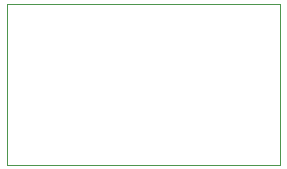
<source format=gm1>
%TF.GenerationSoftware,KiCad,Pcbnew,(5.1.10)-1*%
%TF.CreationDate,2021-11-23T23:34:30+08:00*%
%TF.ProjectId,ST-Link_v2-1,53542d4c-696e-46b5-9f76-322d312e6b69,rev?*%
%TF.SameCoordinates,Original*%
%TF.FileFunction,Profile,NP*%
%FSLAX46Y46*%
G04 Gerber Fmt 4.6, Leading zero omitted, Abs format (unit mm)*
G04 Created by KiCad (PCBNEW (5.1.10)-1) date 2021-11-23 23:34:30*
%MOMM*%
%LPD*%
G01*
G04 APERTURE LIST*
%TA.AperFunction,Profile*%
%ADD10C,0.050000*%
%TD*%
G04 APERTURE END LIST*
D10*
X168910000Y-104775000D02*
X168910000Y-118364000D01*
X192024000Y-104775000D02*
X168910000Y-104775000D01*
X192024000Y-118364000D02*
X192024000Y-104775000D01*
X168910000Y-118364000D02*
X192024000Y-118364000D01*
M02*

</source>
